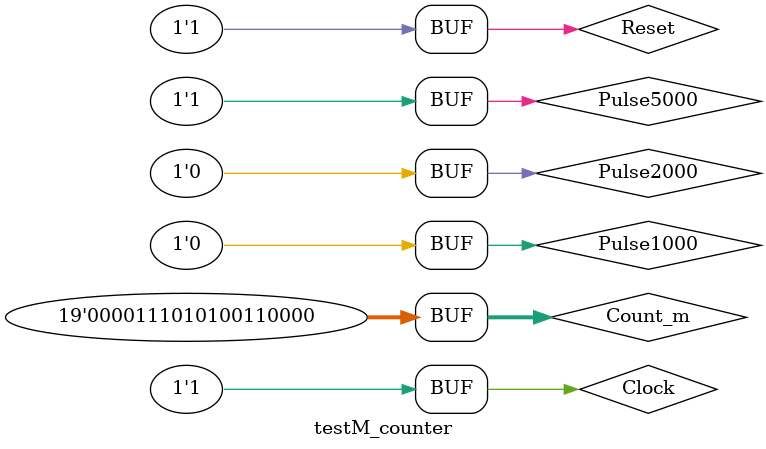
<source format=v>
module testM_counter (
    
);
    reg [18:0] Count_m;
    reg Pulse1000, Pulse2000, Pulse5000, Clock, Reset;
    wire Out;
    wire [8:0] c_1000;
    wire [7:0] c_2000;
    wire [6:0] c_5000;

    m_counter tester(.Count_m(Count_m), .Pulse1000(Pulse1000), .Pulse2000(Pulse2000), .Pulse5000(Pulse5000), .Clock(Clock), .Reset(Reset), .Out(Out), .c_1000(c_1000), .c_2000(c_2000), .c_5000(c_5000));

	initial begin
        Clock = 1;
        repeat(200) begin
            #5 Clock = ~Clock;
        end
    end
    initial
		begin
			$monitor("%d	Count_m = %b, Pulse1000 = %b, Pulse2000 = %b, Pulse5000 = %b, Clock = %b, Reset = %b, Out = %b, c_1000 = %b, c_2000 = %b, c_5000 = %b", $time, Count_m, Pulse1000, Pulse2000, Pulse5000, Clock, Reset, Out, c_1000, c_2000, c_5000);
			
            #10
            Pulse1000 = 1'b0;
            Pulse2000 = 1'b0;
            Pulse5000 = 1'b0;
            Count_m = 19'b000_0111_0101_0011_0000;
            Reset = 1'b1;

            #10
            Pulse1000 = 1'b0;
            Pulse2000 = 1'b1;
            Pulse5000 = 1'b0;
            Count_m = 19'b000_0111_0101_0011_0000;
            Reset = 1'b1;

            #10
            Pulse1000 = 1'b1;
            Pulse2000 = 1'b0;
            Pulse5000 = 1'b1;
            Count_m = 19'b000_0111_0101_0011_0000;
            Reset = 1'b1;

            #10
            Pulse1000 = 1'b0;
            Pulse2000 = 1'b1;
            Pulse5000 = 1'b0;
            Count_m = 19'b000_0111_0101_0011_0000;
            Reset = 1'b1;

            #10
            Pulse1000 = 1'b0;
            Pulse2000 = 1'b0;
            Pulse5000 = 1'b1;
            Count_m = 19'b000_0111_0101_0011_0000;
            Reset = 1'b1;

            #10
            Pulse1000 = 1'b0;
            Pulse2000 = 1'b0;
            Pulse5000 = 1'b0;
            Count_m = 19'b000_0111_0101_0011_0000;
            Reset = 1'b1;

            #10
            Pulse1000 = 1'b0;
            Pulse2000 = 1'b0;
            Pulse5000 = 1'b1;
            Count_m = 19'b000_0111_0101_0011_0000;
            Reset = 1'b1;

            #10
            Pulse1000 = 1'b0;
            Pulse2000 = 1'b0;
            Pulse5000 = 1'b0;
            Count_m = 19'b000_0111_0101_0011_0000;
            Reset = 1'b1;

            #10
            Pulse1000 = 1'b0;
            Pulse2000 = 1'b0;
            Pulse5000 = 1'b1;
            Count_m = 19'b000_0111_0101_0011_0000;
            Reset = 1'b1;

            #10
            Pulse1000 = 1'b0;
            Pulse2000 = 1'b0;
            Pulse5000 = 1'b0;
            Count_m = 19'b000_0111_0101_0011_0000;
            Reset = 1'b1;

            #10
            Pulse1000 = 1'b0;
            Pulse2000 = 1'b0;
            Pulse5000 = 1'b1;
            Count_m = 19'b000_0111_0101_0011_0000;
            Reset = 1'b1;

            #10
            Pulse1000 = 1'b0;
            Pulse2000 = 1'b0;
            Pulse5000 = 1'b0;
            Count_m = 19'b000_0111_0101_0011_0000;
            Reset = 1'b1;

            #10
            Pulse1000 = 1'b0;
            Pulse2000 = 1'b0;
            Pulse5000 = 1'b1;
            Count_m = 19'b000_0111_0101_0011_0000;
            Reset = 1'b0;

            #10
            Pulse1000 = 1'b0;
            Pulse2000 = 1'b0;
            Pulse5000 = 1'b0;
            Count_m = 19'b000_0111_0101_0011_0000;
            Reset = 1'b1;

            #10
            Pulse1000 = 1'b0;
            Pulse2000 = 1'b0;
            Pulse5000 = 1'b1;
            Count_m = 19'b000_0111_0101_0011_0000;
            Reset = 1'b1;

            #10
            Pulse1000 = 1'b0;
            Pulse2000 = 1'b0;
            Pulse5000 = 1'b0;
            Count_m = 19'b000_0111_0101_0011_0000;
            Reset = 1'b1;

            #10
            Pulse1000 = 1'b0;
            Pulse2000 = 1'b0;
            Pulse5000 = 1'b1;
            Count_m = 19'b000_0111_0101_0011_0000;
            Reset = 1'b1;
		end
endmodule


</source>
